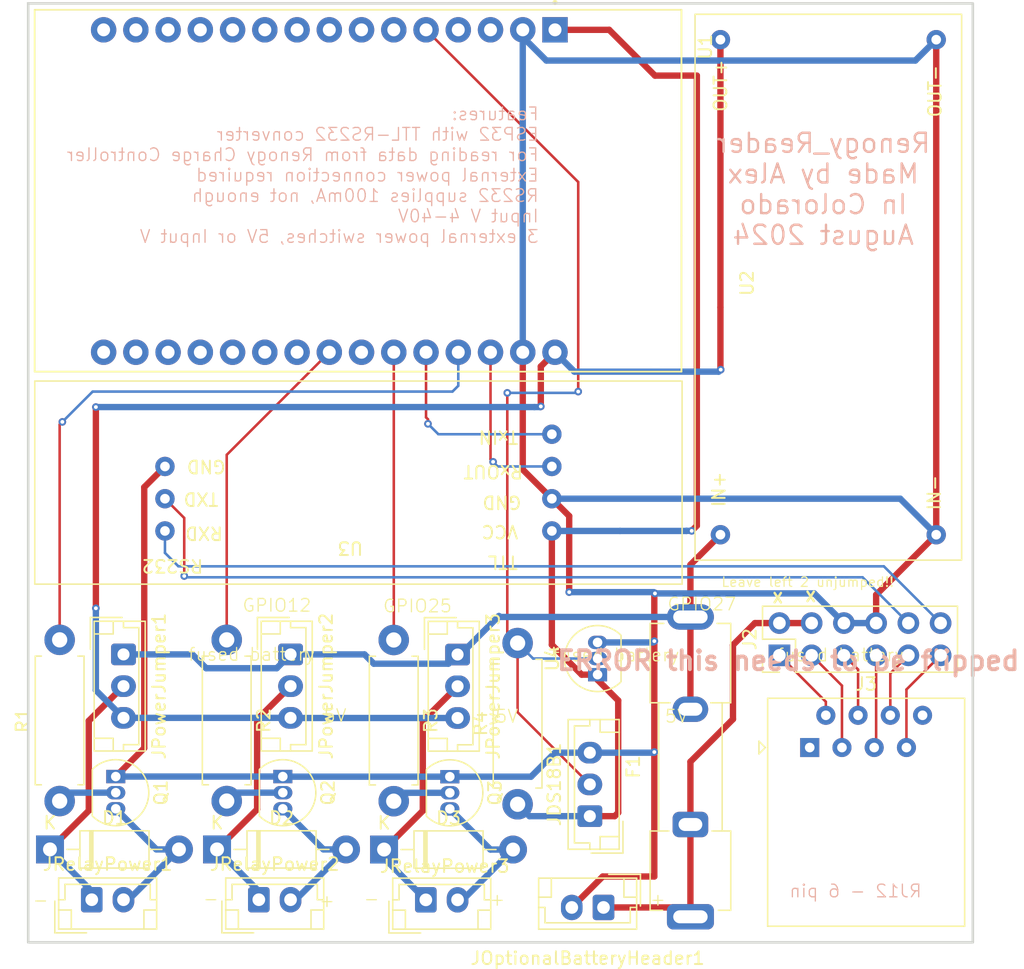
<source format=kicad_pcb>
(kicad_pcb (version 20240108) (generator "pcbnew") (generator_version "8.0")
  (layers (0 "F.Cu" signal) (31 "B.Cu" signal) (34 "B.Paste" user) (35 "F.Paste" user) (36 "B.SilkS" user "B.Silkscreen") (37 "F.SilkS" user "F.Silkscreen") (38 "B.Mask" user) (39 "F.Mask" user) (44 "Edge.Cuts" user))
  (net 0 "")
  (net 1 "Battery_Bank")
  (net 2 "TXD")
  (net 3 "GND")
  (net 4 "RXD")
  (net 5 "+5V")
  (net 6 "+3V3")
  (net 7 "TXD_Arduino")
  (net 8 "RXD_Arduino")
  (net 29 "TempPin")
  (net 30 "Net-(Q1-G)")
  (net 31 "Net-(Q2-G)")
  (net 32 "Net-(Q3-G)")
  (net 33 "RelayTrigger1")
  (net 34 "RelayTrigger2")
  (net 35 "RelayTrigger3")
  (net 38 "RelayPower1")
  (net 39 "RelayPower2")
  (net 40 "RelayPower3")
  (net 41 "FusedBatteryBank")
  (net 42 "Net-(D1-A)")
  (net 43 "Net-(D2-A)")
  (net 44 "Net-(D3-A)")
  (net 45 "Net-(J2-Pin_11)")
  (net 46 "Net-(J2-Pin_5)")
  (net 47 "Net-(J2-Pin_9)")
  (net 48 "Net-(J2-Pin_7)")
  (net 49 "Net-(J2-Pin_3)")
  (net 50 "Net-(J2-Pin_1)")
  (footprint "Connector_RJ:RJ45_Amphenol_54602-x08_Horizontal" (layer "F.Cu") (at 188.5696 92.1512)
    (property "Reference" "J3" (at 4.445 -5 0) (layer "F.SilkS"))
    (property "Value" "RJ45")
    (pad "" np_thru_hole circle (at -1.27 6.35) (size 3.2 3.2) (drill 3.2) (layers "*.Cu" "*.Mask"))
    (pad "" np_thru_hole circle (at 10.16 6.35) (size 3.2 3.2) (drill 3.2) (layers "*.Cu" "*.Mask"))
    (pad "1" thru_hole rect (at 0 0) (size 1.5 1.5) (drill 0.76) (layers "*.Cu" "*.Mask"))
    (pad "2" thru_hole circle (at 1.27 -2.54) (size 1.5 1.5) (drill 0.76) (layers "*.Cu" "*.Mask") (net 50 "Net-(J2-Pin_1)"))
    (pad "3" thru_hole circle (at 2.54 0) (size 1.5 1.5) (drill 0.76) (layers "*.Cu" "*.Mask") (net 49 "Net-(J2-Pin_3)"))
    (pad "4" thru_hole circle (at 3.81 -2.54) (size 1.5 1.5) (drill 0.76) (layers "*.Cu" "*.Mask") (net 46 "Net-(J2-Pin_5)"))
    (pad "5" thru_hole circle (at 5.08 0) (size 1.5 1.5) (drill 0.76) (layers "*.Cu" "*.Mask") (net 48 "Net-(J2-Pin_7)"))
    (pad "6" thru_hole circle (at 6.35 -2.54) (size 1.5 1.5) (drill 0.76) (layers "*.Cu" "*.Mask") (net 47 "Net-(J2-Pin_9)"))
    (pad "7" thru_hole circle (at 7.62 0) (size 1.5 1.5) (drill 0.76) (layers "*.Cu" "*.Mask") (net 45 "Net-(J2-Pin_11)"))
    (pad "8" thru_hole circle (at 8.89 -2.54) (size 1.5 1.5) (drill 0.76) (layers "*.Cu" "*.Mask"))
  )
  (footprint "Connector_JST:JST_EH_B2B-EH-A_1x02_P2.50mm_Vertical" (layer "F.Cu") (at 132.0092 104.14)
    (property "Reference" "JRelayPower1" (at 1.25 -2.8 0) (layer "F.SilkS"))
    (property "Value" "Conn_01x02")
    (pad "1" thru_hole roundrect (at 0 0) (size 1.7 2) (drill 1) (layers "*.Cu" "*.Mask") (roundrect_rratio 0.147059) (net 38 "RelayPower1"))
    (pad "2" thru_hole oval (at 2.5 0) (size 1.7 2) (drill 1) (layers "*.Cu" "*.Mask") (net 42 "Net-(D1-A)"))
  )
  (footprint "Diode_THT:D_DO-41_SOD81_P10.16mm_Horizontal" (layer "F.Cu") (at 141.8796 100.1776)
    (property "Reference" "D2" (at 5.08 -2.47 0) (layer "F.SilkS"))
    (property "Value" "1N4007")
    (fp_text user "K" (at 0 -2.1 0) (layer "F.SilkS"))
    (pad "1" thru_hole rect (at 0 0) (size 2.2 2.2) (drill 1.1) (layers "*.Cu" "*.Mask") (net 39 "RelayPower2"))
    (pad "2" thru_hole oval (at 10.16 0) (size 2.2 2.2) (drill 1.1) (layers "*.Cu" "*.Mask") (net 43 "Net-(D2-A)"))
  )
  (footprint "Package_TO_SOT_THT:TO-92_Inline" (layer "F.Cu") (at 160.2184 94.448 -90)
    (property "Reference" "Q3" (at 1.27 -3.56 90) (layer "F.SilkS"))
    (property "Value" "2N7000")
    (pad "1" thru_hole rect (at 0 0 270) (size 1.05 1.5) (drill 0.75) (layers "*.Cu" "*.Mask") (net 3 "GND"))
    (pad "2" thru_hole oval (at 1.27 0 270) (size 1.05 1.5) (drill 0.75) (layers "*.Cu" "*.Mask") (net 32 "Net-(Q3-G)"))
    (pad "3" thru_hole oval (at 2.54 0 270) (size 1.05 1.5) (drill 0.75) (layers "*.Cu" "*.Mask") (net 44 "Net-(D3-A)"))
  )
  (footprint "AE-Library:LM2596-AE" (layer "F.Cu") (at 179.5362 77.3866 90)
    (property "Reference" "U2" (at 21.8186 4.0974 90) (layer "F.SilkS"))
    (property "Value" "~")
    (fp_text user "OUT+" (at 35.2298 2.5908 90) (layer "F.SilkS") (effects (justify left bottom)))
    (fp_text user "IN-" (at 3.8354 19.431 90) (layer "F.SilkS") (effects (justify left bottom)))
    (fp_text user "OUT-" (at 34.798 19.4818 90) (layer "F.SilkS") (effects (justify left bottom)))
    (fp_text user "IN+" (at 4.0894 2.4638 90) (layer "F.SilkS") (effects (justify left bottom)))
    (pad "1" thru_hole circle (at 2 2 90) (size 1.524 1.524) (drill 0.762) (layers "*.Cu" "*.Mask") (net 41 "FusedBatteryBank"))
    (pad "2" thru_hole circle (at 2 19 90) (size 1.524 1.524) (drill 0.762) (layers "*.Cu" "*.Mask") (net 3 "GND"))
    (pad "3" thru_hole circle (at 41 2 90) (size 1.524 1.524) (drill 0.762) (layers "*.Cu" "*.Mask") (net 5 "+5V"))
    (pad "4" thru_hole circle (at 41 19 90) (size 1.524 1.524) (drill 0.762) (layers "*.Cu" "*.Mask") (net 3 "GND"))
  )
  (footprint "Connector_JST:JST_EH_B2B-EH-A_1x02_P2.50mm_Vertical" (layer "F.Cu") (at 145.1708 104.14)
    (property "Reference" "JRelayPower2" (at 1.25 -2.8 0) (layer "F.SilkS"))
    (property "Value" "Conn_01x02")
    (pad "1" thru_hole roundrect (at 0 0) (size 1.7 2) (drill 1) (layers "*.Cu" "*.Mask") (roundrect_rratio 0.147059) (net 39 "RelayPower2"))
    (pad "2" thru_hole oval (at 2.5 0) (size 1.7 2) (drill 1) (layers "*.Cu" "*.Mask") (net 43 "Net-(D2-A)"))
  )
  (footprint "Resistor_THT:R_Axial_DIN0411_L9.9mm_D3.6mm_P12.70mm_Horizontal" (layer "F.Cu") (at 129.48 96.3676 90)
    (property "Reference" "R1" (at 6.35 -2.92 90) (layer "F.SilkS"))
    (property "Value" "220")
    (pad "1" thru_hole circle (at 0 0 90) (size 2.4 2.4) (drill 1.2) (layers "*.Cu" "*.Mask") (net 30 "Net-(Q1-G)"))
    (pad "2" thru_hole oval (at 12.7 0 90) (size 2.4 2.4) (drill 1.2) (layers "*.Cu" "*.Mask") (net 33 "RelayTrigger1"))
  )
  (footprint "Connector_JST:JST_EH_B3B-EH-A_1x03_P2.50mm_Vertical" (layer "F.Cu") (at 171.2468 97.5576 90)
    (property "Reference" "JDS18B1" (at 2.5 -2.8 90) (layer "F.SilkS"))
    (property "Value" "Conn_01x03")
    (pad "1" thru_hole roundrect (at 0 0 90) (size 1.7 1.95) (drill 0.95) (layers "*.Cu" "*.Mask") (roundrect_rratio 0.147059) (net 6 "+3V3"))
    (pad "2" thru_hole oval (at 2.5 0 90) (size 1.7 1.95) (drill 0.95) (layers "*.Cu" "*.Mask") (net 29 "TempPin"))
    (pad "3" thru_hole oval (at 5 0 90) (size 1.7 1.95) (drill 0.95) (layers "*.Cu" "*.Mask") (net 3 "GND"))
  )
  (footprint "Resistor_THT:R_Axial_DIN0411_L9.9mm_D3.6mm_P12.70mm_Horizontal" (layer "F.Cu") (at 155.7988 83.6784 -90)
    (property "Reference" "R3" (at 6.35 -2.92 90) (layer "F.SilkS"))
    (property "Value" "220")
    (pad "1" thru_hole circle (at 0 0 270) (size 2.4 2.4) (drill 1.2) (layers "*.Cu" "*.Mask") (net 35 "RelayTrigger3"))
    (pad "2" thru_hole oval (at 12.7 0 270) (size 2.4 2.4) (drill 1.2) (layers "*.Cu" "*.Mask") (net 32 "Net-(Q3-G)"))
  )
  (footprint "Connector_JST:JST_EH_B3B-EH-A_1x03_P2.50mm_Vertical" (layer "F.Cu") (at 134.5092 84.8144 -90)
    (property "Reference" "JPowerJumper1" (at 2.5 -2.8 90) (layer "F.SilkS"))
    (property "Value" "Conn_01x03")
    (pad "1" thru_hole roundrect (at 0 0 270) (size 1.7 1.95) (drill 0.95) (layers "*.Cu" "*.Mask") (roundrect_rratio 0.147059) (net 41 "FusedBatteryBank"))
    (pad "2" thru_hole oval (at 2.5 0 270) (size 1.7 1.95) (drill 0.95) (layers "*.Cu" "*.Mask") (net 38 "RelayPower1"))
    (pad "3" thru_hole oval (at 5 0 270) (size 1.7 1.95) (drill 0.95) (layers "*.Cu" "*.Mask") (net 5 "+5V"))
  )
  (footprint "Diode_THT:D_DO-41_SOD81_P10.16mm_Horizontal" (layer "F.Cu") (at 155.0368 100.1884)
    (property "Reference" "D3" (at 5.08 -2.47 0) (layer "F.SilkS"))
    (property "Value" "1N4007")
    (fp_text user "K" (at 0 -2.1 0) (layer "F.SilkS"))
    (pad "1" thru_hole rect (at 0 0) (size 2.2 2.2) (drill 1.1) (layers "*.Cu" "*.Mask") (net 40 "RelayPower3"))
    (pad "2" thru_hole oval (at 10.16 0) (size 2.2 2.2) (drill 1.1) (layers "*.Cu" "*.Mask") (net 44 "Net-(D3-A)"))
  )
  (footprint "Resistor_THT:R_Axial_DIN0411_L9.9mm_D3.6mm_P12.70mm_Horizontal" (layer "F.Cu") (at 165.5572 96.6216 90)
    (property "Reference" "R4" (at 6.35 -2.92 90) (layer "F.SilkS"))
    (property "Value" "R")
    (pad "1" thru_hole circle (at 0 0 90) (size 2.4 2.4) (drill 1.2) (layers "*.Cu" "*.Mask") (net 6 "+3V3"))
    (pad "2" thru_hole oval (at 12.7 0 90) (size 2.4 2.4) (drill 1.2) (layers "*.Cu" "*.Mask") (net 29 "TempPin"))
  )
  (footprint "Package_TO_SOT_THT:TO-92_Inline" (layer "F.Cu") (at 147.0612 94.4372 -90)
    (property "Reference" "Q2" (at 1.27 -3.56 90) (layer "F.SilkS"))
    (property "Value" "2N7000")
    (pad "1" thru_hole rect (at 0 0 270) (size 1.05 1.5) (drill 0.75) (layers "*.Cu" "*.Mask") (net 3 "GND"))
    (pad "2" thru_hole oval (at 1.27 0 270) (size 1.05 1.5) (drill 0.75) (layers "*.Cu" "*.Mask") (net 31 "Net-(Q2-G)"))
    (pad "3" thru_hole oval (at 2.54 0 270) (size 1.05 1.5) (drill 0.75) (layers "*.Cu" "*.Mask") (net 43 "Net-(D2-A)"))
  )
  (footprint "Connector_PinHeader_2.54mm:PinHeader_2x06_P2.54mm_Vertical" (layer "F.Cu") (at 186.182 84.8868 90)
    (property "Reference" "J2" (at 1.27 -2.33 90) (layer "F.SilkS"))
    (property "Value" "Conn_02x06_Odd_Even")
    (pad "1" thru_hole rect (at 0 0 90) (size 1.7 1.7) (drill 1) (layers "*.Cu" "*.Mask") (net 50 "Net-(J2-Pin_1)"))
    (pad "2" thru_hole oval (at 2.54 0 90) (size 1.7 1.7) (drill 1) (layers "*.Cu" "*.Mask") (net 1 "Battery_Bank"))
    (pad "3" thru_hole oval (at 0 2.54 90) (size 1.7 1.7) (drill 1) (layers "*.Cu" "*.Mask") (net 49 "Net-(J2-Pin_3)"))
    (pad "4" thru_hole oval (at 2.54 2.54 90) (size 1.7 1.7) (drill 1) (layers "*.Cu" "*.Mask") (net 1 "Battery_Bank"))
    (pad "5" thru_hole oval (at 0 5.08 90) (size 1.7 1.7) (drill 1) (layers "*.Cu" "*.Mask") (net 46 "Net-(J2-Pin_5)"))
    (pad "6" thru_hole oval (at 2.54 5.08 90) (size 1.7 1.7) (drill 1) (layers "*.Cu" "*.Mask") (net 3 "GND"))
    (pad "7" thru_hole oval (at 0 7.62 90) (size 1.7 1.7) (drill 1) (layers "*.Cu" "*.Mask") (net 48 "Net-(J2-Pin_7)"))
    (pad "8" thru_hole oval (at 2.54 7.62 90) (size 1.7 1.7) (drill 1) (layers "*.Cu" "*.Mask") (net 3 "GND"))
    (pad "9" thru_hole oval (at 0 10.16 90) (size 1.7 1.7) (drill 1) (layers "*.Cu" "*.Mask") (net 47 "Net-(J2-Pin_9)"))
    (pad "10" thru_hole oval (at 2.54 10.16 90) (size 1.7 1.7) (drill 1) (layers "*.Cu" "*.Mask") (net 2 "TXD"))
    (pad "11" thru_hole oval (at 0 12.7 90) (size 1.7 1.7) (drill 1) (layers "*.Cu" "*.Mask") (net 45 "Net-(J2-Pin_11)"))
    (pad "12" thru_hole oval (at 2.54 12.7 90) (size 1.7 1.7) (drill 1) (layers "*.Cu" "*.Mask") (net 4 "RXD"))
  )
  (footprint "Fuse:Fuseholder_Clip-5x20mm_Keystone_3512P_Inline_P23.62x7.27mm_D1.02x2.41x1.02x1.57mm_Horizontal" (layer "F.Cu") (at 179.1716 105.4852 90)
    (property "Reference" "F1" (at 11.81 -4.5 90) (layer "F.SilkS"))
    (property "Value" "Fuse")
    (pad "1" thru_hole roundrect (at 0 0 90) (size 2 3.7) (drill oval 1.02 2.71) (layers "*.Cu" "*.Mask") (net 1 "Battery_Bank"))
    (pad "1" thru_hole roundrect (at 7.27 0 90) (size 2 2.8) (drill oval 1.02 1.87) (layers "*.Cu" "*.Mask") (net 1 "Battery_Bank"))
    (pad "2" thru_hole oval (at 16.35 0 90) (size 2 2.8) (drill oval 1.02 1.87) (layers "*.Cu" "*.Mask") (net 41 "FusedBatteryBank"))
    (pad "2" thru_hole oval (at 23.62 0 90) (size 2 3.7) (drill oval 1.02 2.71) (layers "*.Cu" "*.Mask") (net 41 "FusedBatteryBank"))
  )
  (footprint "Connector_JST:JST_EH_B2B-EH-A_1x02_P2.50mm_Vertical" (layer "F.Cu") (at 172.3244 104.7496 180)
    (property "Reference" "JOptionalBatteryHeader1" (at 1.25 -4 0) (layer "F.SilkS"))
    (property "Value" "Conn_01x02")
    (pad "1" thru_hole roundrect (at 0 0 180) (size 1.7 2) (drill 1) (layers "*.Cu" "*.Mask") (roundrect_rratio 0.147059) (net 1 "Battery_Bank"))
    (pad "2" thru_hole oval (at 2.5 0 180) (size 1.7 2) (drill 1) (layers "*.Cu" "*.Mask") (net 3 "GND"))
  )
  (footprint "AE-Library:TTL-RS232 Converter" (layer "F.Cu") (at 178.5162 79.279 180)
    (property "Reference" "U3" (at 26.1366 2.842 180) (layer "F.SilkS"))
    (property "Value" "~")
    (fp_text user "GND" (at 12.573 7.0358 180) (layer "F.SilkS") (effects (justify left bottom)))
    (fp_text user "VCC" (at 12.827 4.7244 180) (layer "F.SilkS") (effects (justify left bottom)))
    (fp_text user "RXD" (at 36.0934 4.5974 180) (layer "F.SilkS") (effects (justify left bottom)))
    (fp_text user "TXD" (at 36.449 7.2898 180) (layer "F.SilkS") (effects (justify left bottom)))
    (fp_text user "GND" (at 35.8648 9.8552 180) (layer "F.SilkS") (effects (justify left bottom)))
    (fp_text user "TTL" (at 12.8524 2.3114 180) (layer "F.SilkS") (effects (justify left bottom)))
    (fp_text user "RS232" (at 37.6428 2.032 180) (layer "F.SilkS") (effects (justify left bottom)))
    (fp_text user "RxOUT" (at 12.446 9.4488 180) (layer "F.SilkS") (effects (justify left bottom)))
    (fp_text user "TxIN" (at 12.827 12.1666 180) (layer "F.SilkS") (effects (justify left bottom)))
    (pad "1" thru_hole circle (at 10.26 4.19 180) (size 1.524 1.524) (drill 0.762) (layers "*.Cu" "*.Mask") (net 6 "+3V3"))
    (pad "2" thru_hole circle (at 10.26 6.73 180) (size 1.524 1.524) (drill 0.762) (layers "*.Cu" "*.Mask") (net 3 "GND"))
    (pad "3" thru_hole circle (at 10.26 9.27 180) (size 1.524 1.524) (drill 0.762) (layers "*.Cu" "*.Mask") (net 7 "TXD_Arduino"))
    (pad "4" thru_hole circle (at 10.26 11.81 180) (size 1.524 1.524) (drill 0.762) (layers "*.Cu" "*.Mask") (net 8 "RXD_Arduino"))
    (pad "5" thru_hole circle (at 40.74 4.19 180) (size 1.524 1.524) (drill 0.762) (layers "*.Cu" "*.Mask") (net 4 "RXD"))
    (pad "6" thru_hole circle (at 40.74 6.73 180) (size 1.524 1.524) (drill 0.762) (layers "*.Cu" "*.Mask") (net 2 "TXD"))
    (pad "7" thru_hole circle (at 40.74 9.27 180) (size 1.524 1.524) (drill 0.762) (layers "*.Cu" "*.Mask") (net 3 "GND"))
  )
  (footprint "Connector_JST:JST_EH_B3B-EH-A_1x03_P2.50mm_Vertical" (layer "F.Cu") (at 160.828 84.8252 -90)
    (property "Reference" "JPowerJumper3" (at 2.5 -2.8 90) (layer "F.SilkS"))
    (property "Value" "Conn_01x03")
    (pad "1" thru_hole roundrect (at 0 0 270) (size 1.7 1.95) (drill 0.95) (layers "*.Cu" "*.Mask") (roundrect_rratio 0.147059) (net 41 "FusedBatteryBank"))
    (pad "2" thru_hole oval (at 2.5 0 270) (size 1.7 1.95) (drill 0.95) (layers "*.Cu" "*.Mask") (net 40 "RelayPower3"))
    (pad "3" thru_hole oval (at 5 0 270) (size 1.7 1.95) (drill 0.95) (layers "*.Cu" "*.Mask") (net 5 "+5V"))
  )
  (footprint "Package_TO_SOT_THT:TO-92_Inline" (layer "F.Cu") (at 171.8564 86.4108 90)
    (property "Reference" "U4" (at 1.27 -3.56 90) (layer "F.SilkS"))
    (property "Value" "DS18B20")
    (pad "1" thru_hole rect (at 0 0 90) (size 1.05 1.5) (drill 0.75) (layers "*.Cu" "*.Mask") (net 6 "+3V3"))
    (pad "2" thru_hole oval (at 1.27 0 90) (size 1.05 1.5) (drill 0.75) (layers "*.Cu" "*.Mask") (net 29 "TempPin"))
    (pad "3" thru_hole oval (at 2.54 0 90) (size 1.05 1.5) (drill 0.75) (layers "*.Cu" "*.Mask") (net 3 "GND"))
  )
  (footprint "kicad devkit2:MODULE_ESP32_DEVKIT_V1" (layer "F.Cu") (at 152.9886 48.3108 -90)
    (property "Reference" "U1" (at -11.355 -27.36 90) (layer "F.SilkS"))
    (property "Value" "ESP32-DEVKIT-V1")
    (pad "" np_thru_hole circle (at -12.28 -23.475 270) (size 3 3) (drill 3) (layers "*.Cu" "*.Mask"))
    (pad "" np_thru_hole circle (at -12.28 23.475 270) (size 3 3) (drill 3) (layers "*.Cu" "*.Mask"))
    (pad "" np_thru_hole circle (at 12.23 -23.475 270) (size 3 3) (drill 3) (layers "*.Cu" "*.Mask"))
    (pad "" np_thru_hole circle (at 12.23 23.475 270) (size 3 3) (drill 3) (layers "*.Cu" "*.Mask"))
    (pad "1" thru_hole rect (at -12.7 -15.515 270) (size 2 2) (drill 1.02) (layers "*.Cu" "*.Mask") (net 6 "+3V3"))
    (pad "2" thru_hole circle (at -12.7 -12.975 270) (size 2 2) (drill 1.02) (layers "*.Cu" "*.Mask") (net 3 "GND"))
    (pad "3" thru_hole circle (at -12.7 -10.435 270) (size 2 2) (drill 1.02) (layers "*.Cu" "*.Mask"))
    (pad "4" thru_hole circle (at -12.7 -7.895 270) (size 2 2) (drill 1.02) (layers "*.Cu" "*.Mask"))
    (pad "5" thru_hole circle (at -12.7 -5.355 270) (size 2 2) (drill 1.02) (layers "*.Cu" "*.Mask") (net 29 "TempPin"))
    (pad "6" thru_hole circle (at -12.7 -2.815 270) (size 2 2) (drill 1.02) (layers "*.Cu" "*.Mask"))
    (pad "7" thru_hole circle (at -12.7 -0.275 270) (size 2 2) (drill 1.02) (layers "*.Cu" "*.Mask"))
    (pad "8" thru_hole circle (at -12.7 2.265 270) (size 2 2) (drill 1.02) (layers "*.Cu" "*.Mask"))
    (pad "9" thru_hole circle (at -12.7 4.805 270) (size 2 2) (drill 1.02) (layers "*.Cu" "*.Mask"))
    (pad "10" thru_hole circle (at -12.7 7.345 270) (size 2 2) (drill 1.02) (layers "*.Cu" "*.Mask"))
    (pad "11" thru_hole circle (at -12.7 9.885 270) (size 2 2) (drill 1.02) (layers "*.Cu" "*.Mask"))
    (pad "12" thru_hole circle (at -12.7 12.425 270) (size 2 2) (drill 1.02) (layers "*.Cu" "*.Mask"))
    (pad "13" thru_hole circle (at -12.7 14.965 270) (size 2 2) (drill 1.02) (layers "*.Cu" "*.Mask"))
    (pad "14" thru_hole circle (at -12.7 17.505 270) (size 2 2) (drill 1.02) (layers "*.Cu" "*.Mask"))
    (pad "15" thru_hole circle (at -12.7 20.045 270) (size 2 2) (drill 1.02) (layers "*.Cu" "*.Mask"))
    (pad "16" thru_hole circle (at 12.7 20.045 270) (size 2 2) (drill 1.02) (layers "*.Cu" "*.Mask"))
    (pad "17" thru_hole circle (at 12.7 17.505 270) (size 2 2) (drill 1.02) (layers "*.Cu" "*.Mask"))
    (pad "18" thru_hole circle (at 12.7 14.965 270) (size 2 2) (drill 1.02) (layers "*.Cu" "*.Mask"))
    (pad "19" thru_hole circle (at 12.7 12.425 270) (size 2 2) (drill 1.02) (layers "*.Cu" "*.Mask"))
    (pad "20" thru_hole circle (at 12.7 9.885 270) (size 2 2) (drill 1.02) (layers "*.Cu" "*.Mask"))
    (pad "21" thru_hole circle (at 12.7 7.345 270) (size 2 2) (drill 1.02) (layers "*.Cu" "*.Mask"))
    (pad "22" thru_hole circle (at 12.7 4.805 270) (size 2 2) (drill 1.02) (layers "*.Cu" "*.Mask"))
    (pad "23" thru_hole circle (at 12.7 2.265 270) (size 2 2) (drill 1.02) (layers "*.Cu" "*.Mask") (net 34 "RelayTrigger2"))
    (pad "24" thru_hole circle (at 12.7 -0.275 270) (size 2 2) (drill 1.02) (layers "*.Cu" "*.Mask"))
    (pad "25" thru_hole circle (at 12.7 -2.815 270) (size 2 2) (drill 1.02) (layers "*.Cu" "*.Mask") (net 35 "RelayTrigger3"))
    (pad "26" thru_hole circle (at 12.7 -5.355 270) (size 2 2) (drill 1.02) (layers "*.Cu" "*.Mask") (net 8 "RXD_Arduino"))
    (pad "27" thru_hole circle (at 12.7 -7.895 270) (size 2 2) (drill 1.02) (layers "*.Cu" "*.Mask") (net 33 "RelayTrigger1"))
    (pad "28" thru_hole circle (at 12.7 -10.435 270) (size 2 2) (drill 1.02) (layers "*.Cu" "*.Mask") (net 7 "TXD_Arduino"))
    (pad "29" thru_hole circle (at 12.7 -12.975 270) (size 2 2) (drill 1.02) (layers "*.Cu" "*.Mask") (net 3 "GND"))
    (pad "30" thru_hole circle (at 12.7 -15.515 270) (size 2 2) (drill 1.02) (layers "*.Cu" "*.Mask") (net 5 "+5V"))
  )
  (footprint "Resistor_THT:R_Axial_DIN0411_L9.9mm_D3.6mm_P12.70mm_Horizontal" (layer "F.Cu") (at 142.6416 83.6676 -90)
    (property "Reference" "R2" (at 6.35 -2.92 90) (layer "F.SilkS"))
    (property "Value" "220")
    (pad "1" thru_hole circle (at 0 0 270) (size 2.4 2.4) (drill 1.2) (layers "*.Cu" "*.Mask") (net 34 "RelayTrigger2"))
    (pad "2" thru_hole oval (at 12.7 0 270) (size 2.4 2.4) (drill 1.2) (layers "*.Cu" "*.Mask") (net 31 "Net-(Q2-G)"))
  )
  (footprint "Package_TO_SOT_THT:TO-92_Inline" (layer "F.Cu") (at 133.8996 94.4372 -90)
    (property "Reference" "Q1" (at 1.27 -3.56 90) (layer "F.SilkS"))
    (property "Value" "2N7000")
    (pad "1" thru_hole rect (at 0 0 270) (size 1.05 1.5) (drill 0.75) (layers "*.Cu" "*.Mask") (net 3 "GND"))
    (pad "2" thru_hole oval (at 1.27 0 270) (size 1.05 1.5) (drill 0.75) (layers "*.Cu" "*.Mask") (net 30 "Net-(Q1-G)"))
    (pad "3" thru_hole oval (at 2.54 0 270) (size 1.05 1.5) (drill 0.75) (layers "*.Cu" "*.Mask") (net 42 "Net-(D1-A)"))
  )
  (footprint "Connector_JST:JST_EH_B2B-EH-A_1x02_P2.50mm_Vertical" (layer "F.Cu") (at 158.328 104.1508)
    (property "Reference" "JRelayPower3" (at 1.4888 -2.6524 0) (layer "F.SilkS"))
    (property "Value" "Conn_01x02")
    (pad "1" thru_hole roundrect (at 0 0) (size 1.7 2) (drill 1) (layers "*.Cu" "*.Mask") (roundrect_rratio 0.147059) (net 40 "RelayPower3"))
    (pad "2" thru_hole oval (at 2.5 0) (size 1.7 2) (drill 1) (layers "*.Cu" "*.Mask") (net 44 "Net-(D3-A)"))
  )
  (footprint "Connector_JST:JST_EH_B3B-EH-A_1x03_P2.50mm_Vertical" (layer "F.Cu") (at 147.6708 84.8144 -90)
    (property "Reference" "JPowerJumper2" (at 2.5 -2.8 90) (layer "F.SilkS"))
    (property "Value" "Conn_01x03")
    (pad "1" thru_hole roundrect (at 0 0 270) (size 1.7 1.95) (drill 0.95) (layers "*.Cu" "*.Mask") (roundrect_rratio 0.147059) (net 41 "FusedBatteryBank"))
    (pad "2" thru_hole oval (at 2.5 0 270) (size 1.7 1.95) (drill 0.95) (layers "*.Cu" "*.Mask") (net 39 "RelayPower2"))
    (pad "3" thru_hole oval (at 5 0 270) (size 1.7 1.95) (drill 0.95) (layers "*.Cu" "*.Mask") (net 5 "+5V"))
  )
  (footprint "Diode_THT:D_DO-41_SOD81_P10.16mm_Horizontal" (layer "F.Cu") (at 128.718 100.1776)
    (property "Reference" "D1" (at 5.08 -2.47 0) (layer "F.SilkS"))
    (property "Value" "1N4007")
    (fp_text user "K" (at 0 -2.1 0) (layer "F.SilkS"))
    (pad "1" thru_hole rect (at 0 0) (size 2.2 2.2) (drill 1.1) (layers "*.Cu" "*.Mask") (net 38 "RelayPower1"))
    (pad "2" thru_hole oval (at 10.16 0) (size 2.2 2.2) (drill 1.1) (layers "*.Cu" "*.Mask") (net 42 "Net-(D1-A)"))
  )
  (gr_rect (start 127 33.528) (end 201.42 107.5) (stroke (width 0.2)) (fill none) (layer "Edge.Cuts"))
  (gr_text "RJ12 - 6 pin" (at 197.4596 104.0384 -0) (layer "B.SilkS") (effects (font (size 1 1) (thickness 0.1)) (justify left bottom mirror)))
  (gr_text "Features:\nESP32 with TTL-RS232 converter\nFor reading data from Renogy Charge Controller\nExternal power connection required\nRS232 supplies 100mA, not enough\nInput V 4-40V\n3 external power switches, 5V or Input V" (at 167.2844 52.4764 0) (layer "B.SilkS") (effects (font (size 1 1) (thickness 0.1)) (justify left bottom mirror)))
  (gr_text "ERROR this needs to be flipped" (at 168.5036 86.1822 -0) (layer "B.SilkS") (effects (font (size 1.5 1.5) (thickness 0.3) (bold yes)) (justify left bottom)))
  (gr_text "Renogy_Reader\nMade by Alex\nIn Colorado\nAugust 2024" (at 189.6364 48.1584 -0) (layer "B.SilkS") (effects (font (size 1.5 1.5) (thickness 0.1875)) (justify mirror)))
  (gr_text "GPIO27" (at 177.292 81.4324 0) (layer "F.SilkS") (effects (font (size 1 1) (thickness 0.1)) (justify left bottom)))
  (gr_text "+" (at 149.8556 104.8004 0) (layer "F.SilkS") (effects (font (size 1 1) (thickness 0.1)) (justify left bottom)))
  (gr_text "Leave left 2 unjumped!!" (at 181.5592 79.5528 0) (layer "F.SilkS") (effects (font (size 0.75 0.75) (thickness 0.09375)) (justify left bottom)))
  (gr_text "fused battery" (at 139.5428 85.3948 0) (layer "F.SilkS") (effects (font (size 1 1) (thickness 0.1)) (justify left bottom)))
  (gr_text "5V" (at 150.2112 90.2208 0) (layer "F.SilkS") (effects (font (size 1 1) (thickness 0.1)) (justify left bottom)))
  (gr_text "+" (at 163.2712 104.6988 0) (layer "F.SilkS") (effects (font (size 1 1) (thickness 0.1)) (justify left bottom)))
  (gr_text "X" (at 185.5724 80.8228 0) (layer "F.SilkS") (effects (font (size 0.75 0.75) (thickness 0.1875)) (justify left bottom)))
  (gr_text "+" (at 175.9252 104.6988 0) (layer "F.SilkS") (effects (font (size 1 1) (thickness 0.1)) (justify left bottom)))
  (gr_text "-" (at 140.7112 104.648 0) (layer "F.SilkS") (effects (font (size 1 1) (thickness 0.1)) (justify left bottom)))
  (gr_text "GPIO25" (at 154.8892 81.5848 0) (layer "F.SilkS") (effects (font (size 1 1) (thickness 0.1)) (justify left bottom)))
  (gr_text "fused battery" (at 185.928 85.4456 0) (layer "F.SilkS") (effects (font (size 1 1) (thickness 0.1)) (justify left bottom)))
  (gr_text "5V" (at 163.7284 90.2716 0) (layer "F.SilkS") (effects (font (size 1 1) (thickness 0.1)) (justify left bottom)))
  (gr_text "fused battery" (at 168.2496 85.4456 0) (layer "F.SilkS") (effects (font (size 1 1) (thickness 0.1)) (justify left bottom)))
  (gr_text "-" (at 127.2956 104.7496 0) (layer "F.SilkS") (effects (font (size 1 1) (thickness 0.1)) (justify left bottom)))
  (gr_text "GPIO12" (at 143.8148 81.534 0) (layer "F.SilkS") (effects (font (size 1 1) (thickness 0.1)) (justify left bottom)))
  (gr_text "X" (at 188.1632 80.7212 0) (layer "F.SilkS") (effects (font (size 0.75 0.75) (thickness 0.1875)) (justify left bottom)))
  (gr_text "5V" (at 177.0936 90.2716 0) (layer "F.SilkS") (effects (font (size 1 1) (thickness 0.1)) (justify left bottom)))
  (gr_text "-" (at 153.3652 104.648 0) (layer "F.SilkS") (effects (font (size 1 1) (thickness 0.1)) (justify left bottom)))
  (segment (start 182.5244 84.074) (end 184.2516 82.3468) (width 0.5) (layer "F.Cu") (net 1))
  (segment (start 186.182 82.3468) (end 188.722 82.3468) (width 0.5) (layer "F.Cu") (net 1))
  (segment (start 179.1716 98.2152) (end 179.1716 93.2688) (width 0.5) (layer "F.Cu") (net 1))
  (segment (start 179.1716 93.2688) (end 182.5244 89.916) (width 0.5) (layer "F.Cu") (net 1))
  (segment (start 184.2516 82.3468) (end 186.182 82.3468) (width 0.5) (layer "F.Cu") (net 1))
  (segment (start 178.436 104.7496) (end 179.1716 105.4852) (width 0.5) (layer "F.Cu") (net 1))
  (segment (start 179.1716 105.4852) (end 179.1716 98.2152) (width 0.5) (layer "F.Cu") (net 1))
  (segment (start 182.5244 89.916) (end 182.5244 84.074) (width 0.5) (layer "F.Cu") (net 1))
  (segment (start 172.3244 104.7496) (end 178.436 104.7496) (width 0.5) (layer "F.Cu") (net 1))
  (segment (start 139.2936 78.6384) (end 139.2936 74.0664) (width 0.2) (layer "F.Cu") (net 2))
  (segment (start 139.2936 74.0664) (end 137.7762 72.549) (width 0.2) (layer "F.Cu") (net 2))
  (via (at 139.2936 78.6384) (size 0.6) (drill 0.3) (layers "F.Cu" "B.Cu") (net 2))
  (segment (start 196.342 82.3468) (end 192.7352 78.74) (width 0.2) (layer "B.Cu") (net 2))
  (segment (start 192.7352 78.74) (end 190.6524 78.74) (width 0.2) (layer "B.Cu") (net 2))
  (segment (start 139.3952 78.74) (end 139.2936 78.6384) (width 0.2) (layer "B.Cu") (net 2))
  (segment (start 190.6524 78.74) (end 139.3952 78.74) (width 0.2) (layer "B.Cu") (net 2))
  (segment (start 193.802 80.1208) (end 198.5362 75.3866) (width 0.5) (layer "F.Cu") (net 3))
  (segment (start 176.3268 80.0608) (end 176.3776 80.01) (width 0.5) (layer "F.Cu") (net 3))
  (segment (start 169.8244 104.7496) (end 172.2628 102.3112) (width 0.5) (layer "F.Cu") (net 3))
  (segment (start 165.9636 70.2564) (end 165.9636 61.0108) (width 0.5) (layer "F.Cu") (net 3))
  (segment (start 136.144 92.1928) (end 136.144 71.6412) (width 0.5) (layer "F.Cu") (net 3))
  (segment (start 176.3268 92.5068) (end 176.3268 83.7692) (width 0.5) (layer "F.Cu") (net 3))
  (segment (start 168.2562 72.549) (end 169.6212 73.914) (width 0.5) (layer "F.Cu") (net 3))
  (segment (start 176.3268 102.3112) (end 176.3268 92.5068) (width 0.5) (layer "F.Cu") (net 3))
  (segment (start 193.802 82.3468) (end 193.802 80.1208) (width 0.5) (layer "F.Cu") (net 3))
  (segment (start 133.8996 94.4372) (end 136.144 92.1928) (width 0.5) (layer "F.Cu") (net 3))
  (segment (start 198.5362 36.3866) (end 198.5362 75.3866) (width 0.5) (layer "F.Cu") (net 3))
  (segment (start 168.2562 72.549) (end 165.9636 70.2564) (width 0.5) (layer "F.Cu") (net 3))
  (segment (start 176.3268 83.7692) (end 176.3268 80.0608) (width 0.5) (layer "F.Cu") (net 3))
  (segment (start 136.144 71.6412) (end 137.7762 70.009) (width 0.5) (layer "F.Cu") (net 3))
  (segment (start 172.2628 102.3112) (end 176.3268 102.3112) (width 0.5) (layer "F.Cu") (net 3))
  (segment (start 169.6212 73.914) (end 169.6212 79.9084) (width 0.5) (layer "F.Cu") (net 3))
  (via (at 176.3268 83.7692) (size 0.6) (drill 0.3) (layers "F.Cu" "B.Cu") (net 3))
  (via (at 169.6212 79.9084) (size 0.6) (drill 0.3) (layers "F.Cu" "B.Cu") (net 3))
  (via (at 176.3776 80.01) (size 0.6) (drill 0.3) (layers "F.Cu" "B.Cu") (net 3))
  (via (at 176.3268 92.5068) (size 0.6) (drill 0.3) (layers "F.Cu" "B.Cu") (net 3))
  (segment (start 168.2562 72.549) (end 195.6986 72.549) (width 0.5) (layer "B.Cu") (net 3))
  (segment (start 176.3776 80.01) (end 188.9252 80.01) (width 0.5) (layer "B.Cu") (net 3))
  (segment (start 198.5362 36.3866) (end 196.892 38.0308) (width 0.5) (layer "B.Cu") (net 3))
  (segment (start 147.072 94.448) (end 147.0612 94.4372) (width 0.5) (layer "B.Cu") (net 3))
  (segment (start 168.5036 92.5576) (end 171.2468 92.5576) (width 0.5) (layer "B.Cu") (net 3))
  (segment (start 176.276 92.5576) (end 176.3268 92.5068) (width 0.5) (layer "B.Cu") (net 3))
  (segment (start 176.276 79.9084) (end 176.3776 80.01) (width 0.5) (layer "B.Cu") (net 3))
  (segment (start 165.9636 36.1696) (end 165.9636 35.6108) (width 0.5) (layer "B.Cu") (net 3))
  (segment (start 176.2252 83.8708) (end 176.3268 83.7692) (width 0.5) (layer "B.Cu") (net 3))
  (segment (start 160.2184 94.448) (end 147.072 94.448) (width 0.5) (layer "B.Cu") (net 3))
  (segment (start 171.8564 83.8708) (end 176.2252 83.8708) (width 0.5) (layer "B.Cu") (net 3))
  (segment (start 171.2468 92.5576) (end 176.276 92.5576) (width 0.5) (layer "B.Cu") (net 3))
  (segment (start 166.6132 94.448) (end 168.5036 92.5576) (width 0.5) (layer "B.Cu") (net 3))
  (segment (start 191.262 82.3468) (end 193.802 82.3468) (width 0.5) (layer "B.Cu") (net 3))
  (segment (start 195.6986 72.549) (end 198.5362 75.3866) (width 0.5) (layer "B.Cu") (net 3))
  (segment (start 160.2184 94.448) (end 166.6132 94.448) (width 0.5) (layer "B.Cu") (net 3))
  (segment (start 165.9636 35.6108) (end 165.9636 61.0108) (width 0.5) (layer "B.Cu") (net 3))
  (segment (start 196.892 38.0308) (end 167.8248 38.0308) (width 0.5) (layer "B.Cu") (net 3))
  (segment (start 147.0612 94.4372) (end 133.8996 94.4372) (width 0.5) (layer "B.Cu") (net 3))
  (segment (start 169.6212 79.9084) (end 176.276 79.9084) (width 0.5) (layer "B.Cu") (net 3))
  (segment (start 188.9252 80.01) (end 191.262 82.3468) (width 0.5) (layer "B.Cu") (net 3))
  (segment (start 167.8248 38.0308) (end 165.9636 36.1696) (width 0.5) (layer "B.Cu") (net 3))
  (segment (start 198.882 82.3468) (end 194.4116 77.8764) (width 0.2) (layer "B.Cu") (net 4))
  (segment (start 137.7762 76.8162) (end 137.7762 75.089) (width 0.2) (layer "B.Cu") (net 4))
  (segment (start 138.8364 77.8764) (end 137.7762 76.8162) (width 0.2) (layer "B.Cu") (net 4))
  (segment (start 194.4116 77.8764) (end 138.8364 77.8764) (width 0.2) (layer "B.Cu") (net 4))
  (segment (start 167.386 65.278) (end 167.386 62.1284) (width 0.5) (layer "F.Cu") (net 5))
  (segment (start 181.5362 62.3594) (end 181.5592 62.3824) (width 0.5) (layer "F.Cu") (net 5))
  (segment (start 181.5362 57.4778) (end 181.5362 62.3594) (width 0.5) (layer "F.Cu") (net 5))
  (segment (start 181.5362 36.3866) (end 181.5362 57.4778) (width 0.5) (layer "F.Cu") (net 5))
  (segment (start 167.386 62.1284) (end 168.5036 61.0108) (width 0.5) (layer "F.Cu") (net 5))
  (segment (start 132.334 81.1784) (end 132.334 65.3288) (width 0.5) (layer "F.Cu") (net 5))
  (via (at 181.5592 62.3824) (size 0.6) (drill 0.3) (layers "F.Cu" "B.Cu") (net 5))
  (via (at 167.386 65.278) (size 0.6) (drill 0.3) (layers "F.Cu" "B.Cu") (net 5))
  (via (at 132.334 81.1784) (size 0.6) (drill 0.3) (layers "F.Cu" "B.Cu") (net 5))
  (via (at 132.334 65.3288) (size 0.6) (drill 0.3) (layers "F.Cu" "B.Cu") (net 5))
  (segment (start 181.5592 62.3824) (end 181.4008 62.5408) (width 0.5) (layer "B.Cu") (net 5))
  (segment (start 181.4008 62.5408) (end 170.0336 62.5408) (width 0.5) (layer "B.Cu") (net 5))
  (segment (start 160.828 89.8252) (end 147.6816 89.8252) (width 0.5) (layer "B.Cu") (net 5))
  (segment (start 134.5092 89.8144) (end 132.334 87.6392) (width 0.5) (layer "B.Cu") (net 5))
  (segment (start 166.878 65.3288) (end 167.3352 65.3288) (width 0.5) (layer "B.Cu") (net 5))
  (segment (start 132.334 65.3288) (end 166.878 65.3288) (width 0.5) (layer "B.Cu") (net 5))
  (segment (start 170.0336 62.5408) (end 168.5036 61.0108) (width 0.5) (layer "B.Cu") (net 5))
  (segment (start 147.6708 89.8144) (end 134.5092 89.8144) (width 0.5) (layer "B.Cu") (net 5))
  (segment (start 167.3352 65.3288) (end 167.386 65.278) (width 0.5) (layer "B.Cu") (net 5))
  (segment (start 147.6816 89.8252) (end 147.6708 89.8144) (width 0.5) (layer "B.Cu") (net 5))
  (segment (start 132.334 87.6392) (end 132.334 81.1784) (width 0.5) (layer "B.Cu") (net 5))
  (segment (start 179.6796 74.676) (end 179.2732 75.0824) (width 0.5) (layer "F.Cu") (net 6))
  (segment (start 176.3776 39.2176) (end 179.6796 39.2176) (width 0.5) (layer "F.Cu") (net 6))
  (segment (start 172.7708 35.6108) (end 176.3776 39.2176) (width 0.5) (layer "F.Cu") (net 6))
  (segment (start 173.482 97.282) (end 173.482 88.4428) (width 0.5) (layer "F.Cu") (net 6))
  (segment (start 171.2468 97.5576) (end 173.2064 97.5576) (width 0.5) (layer "F.Cu") (net 6))
  (segment (start 173.482 88.4428) (end 171.8564 86.8172) (width 0.5) (layer "F.Cu") (net 6))
  (segment (start 173.2064 97.5576) (end 173.482 97.282) (width 0.5) (layer "F.Cu") (net 6))
  (segment (start 168.2562 84.0606) (end 168.2562 75.089) (width 0.5) (layer "F.Cu") (net 6))
  (segment (start 170.6064 86.4108) (end 168.2562 84.0606) (width 0.5) (layer "F.Cu") (net 6))
  (segment (start 179.6796 39.2176) (end 179.6796 74.676) (width 0.5) (layer "F.Cu") (net 6))
  (segment (start 168.5036 35.6108) (end 172.7708 35.6108) (width 0.5) (layer "F.Cu") (net 6))
  (segment (start 171.8564 86.8172) (end 171.8564 86.4108) (width 0.5) (layer "F.Cu") (net 6))
  (segment (start 171.8564 86.4108) (end 170.6064 86.4108) (width 0.5) (layer "F.Cu") (net 6))
  (via (at 179.2732 75.0824) (size 0.6) (drill 0.3) (layers "F.Cu" "B.Cu") (net 6))
  (segment (start 178.8668 75.0824) (end 178.8602 75.089) (width 0.5) (layer "B.Cu") (net 6))
  (segment (start 171.2468 97.5576) (end 166.4932 97.5576) (width 0.5) (layer "B.Cu") (net 6))
  (segment (start 178.8602 75.089) (end 173.6278 75.089) (width 0.5) (layer "B.Cu") (net 6))
  (segment (start 173.6278 75.089) (end 168.2562 75.089) (width 0.5) (layer "B.Cu") (net 6))
  (segment (start 179.2732 75.0824) (end 178.8668 75.0824) (width 0.5) (layer "B.Cu") (net 6))
  (segment (start 166.4932 97.5576) (end 165.5572 96.6216) (width 0.5) (layer "B.Cu") (net 6))
  (segment (start 163.6268 69.6468) (end 163.4236 69.4436) (width 0.2) (layer "F.Cu") (net 7))
  (segment (start 163.4236 69.4436) (end 163.4236 61.0108) (width 0.2) (layer "F.Cu") (net 7))
  (via (at 163.6268 69.6468) (size 0.6) (drill 0.3) (layers "F.Cu" "B.Cu") (net 7))
  (segment (start 168.2562 70.009) (end 163.989 70.009) (width 0.2) (layer "B.Cu") (net 7))
  (segment (start 163.989 70.009) (end 163.6268 69.6468) (width 0.2) (layer "B.Cu") (net 7))
  (segment (start 158.496 66.294) (end 158.3436 66.1416) (width 0.2) (layer "F.Cu") (net 8))
  (segment (start 158.496 66.6496) (end 158.496 66.294) (width 0.2) (layer "F.Cu") (net 8))
  (segment (start 158.3436 66.1416) (end 158.3436 61.0108) (width 0.2) (layer "F.Cu") (net 8))
  (via (at 158.496 66.6496) (size 0.6) (drill 0.3) (layers "F.Cu" "B.Cu") (net 8))
  (segment (start 168.2562 67.469) (end 159.3154 67.469) (width 0.2) (layer "B.Cu") (net 8))
  (segment (start 159.3154 67.469) (end 158.496 66.6496) (width 0.2) (layer "B.Cu") (net 8))
  (segment (start 170.3324 64.1096) (end 170.3324 47.5996) (width 0.2) (layer "F.Cu") (net 29))
  (segment (start 164.7444 83.1088) (end 164.7444 64.2112) (width 0.2) (layer "F.Cu") (net 29))
  (segment (start 165.5572 89.368) (end 165.5572 83.9216) (width 0.2) (layer "F.Cu") (net 29))
  (segment (start 171.2468 95.0576) (end 165.5572 89.368) (width 0.2) (layer "F.Cu") (net 29))
  (segment (start 170.3324 47.5996) (end 158.3436 35.6108) (width 0.2) (layer "F.Cu") (net 29))
  (segment (start 165.5572 83.9216) (end 164.7444 83.1088) (width 0.2) (layer "F.Cu") (net 29))
  (via (at 170.3324 64.1096) (size 0.6) (drill 0.3) (layers "F.Cu" "B.Cu") (net 29))
  (via (at 164.7444 64.2112) (size 0.6) (drill 0.3) (layers "F.Cu" "B.Cu") (net 29))
  (segment (start 170.2308 64.2112) (end 170.3324 64.1096) (width 0.2) (layer "B.Cu") (net 29))
  (segment (start 164.7444 64.2112) (end 170.2308 64.2112) (width 0.2) (layer "B.Cu") (net 29))
  (segment (start 166.7764 85.1408) (end 171.8564 85.1408) (width 0.2) (layer "B.Cu") (net 29))
  (segment (start 165.5572 83.9216) (end 166.7764 85.1408) (width 0.2) (layer "B.Cu") (net 29))
  (segment (start 129.48 96.3676) (end 130.1404 95.7072) (width 0.5) (layer "B.Cu") (net 30))
  (segment (start 130.1404 95.7072) (end 133.8996 95.7072) (width 0.5) (layer "B.Cu") (net 30))
  (segment (start 143.302 95.7072) (end 147.0612 95.7072) (width 0.5) (layer "B.Cu") (net 31))
  (segment (start 142.6416 96.3676) (end 143.302 95.7072) (width 0.5) (layer "B.Cu") (net 31))
  (segment (start 155.7988 96.3784) (end 156.4592 95.718) (width 0.5) (layer "B.Cu") (net 32))
  (segment (start 156.4592 95.718) (end 160.2184 95.718) (width 0.5) (layer "B.Cu") (net 32))
  (segment (start 129.48 66.7096) (end 129.6924 66.4972) (width 0.2) (layer "F.Cu") (net 33))
  (segment (start 129.48 83.6676) (end 129.48 66.7096) (width 0.2) (layer "F.Cu") (net 33))
  (via (at 129.6924 66.4972) (size 0.6) (drill 0.3) (layers "F.Cu" "B.Cu") (net 33))
  (segment (start 132.08 64.1096) (end 160.4264 64.1096) (width 0.2) (layer "B.Cu") (net 33))
  (segment (start 160.8836 63.6524) (end 160.8836 61.0108) (width 0.2) (layer "B.Cu") (net 33))
  (segment (start 160.4264 64.1096) (end 160.8836 63.6524) (width 0.2) (layer "B.Cu") (net 33))
  (segment (start 129.6924 66.4972) (end 132.08 64.1096) (width 0.2) (layer "B.Cu") (net 33))
  (segment (start 142.6416 69.0928) (end 150.7236 61.0108) (width 0.2) (layer "F.Cu") (net 34))
  (segment (start 142.6416 83.6676) (end 142.6416 69.0928) (width 0.2) (layer "F.Cu") (net 34))
  (segment (start 155.8036 61.0108) (end 155.8036 83.6736) (width 0.2) (layer "F.Cu") (net 35))
  (segment (start 155.8036 83.6736) (end 155.7988 83.6784) (width 0.2) (layer "F.Cu") (net 35))
  (segment (start 128.718 100.1776) (end 131.7752 97.1204) (width 0.5) (layer "F.Cu") (net 38))
  (segment (start 131.7752 90.0484) (end 134.5092 87.3144) (width 0.5) (layer "F.Cu") (net 38))
  (segment (start 131.7752 97.1204) (end 131.7752 90.0484) (width 0.5) (layer "F.Cu") (net 38))
  (segment (start 132.0092 104.14) (end 132.0092 103.4688) (width 0.5) (layer "B.Cu") (net 38))
  (segment (start 132.0092 103.4688) (end 128.718 100.1776) (width 0.5) (layer "B.Cu") (net 38))
  (segment (start 145.034 97.0232) (end 145.034 89.9512) (width 0.5) (layer "F.Cu") (net 39))
  (segment (start 145.034 89.9512) (end 147.6708 87.3144) (width 0.5) (layer "F.Cu") (net 39))
  (segment (start 141.8796 100.1776) (end 145.034 97.0232) (width 0.5) (layer "F.Cu") (net 39))
  (segment (start 145.1708 104.14) (end 145.1708 103.4688) (width 0.5) (layer "B.Cu") (net 39))
  (segment (start 145.1708 103.4688) (end 141.8796 100.1776) (width 0.5) (layer "B.Cu") (net 39))
  (segment (start 158.0896 97.1356) (end 158.0896 90.0636) (width 0.5) (layer "F.Cu") (net 40))
  (segment (start 155.0368 100.1884) (end 158.0896 97.1356) (width 0.5) (layer "F.Cu") (net 40))
  (segment (start 158.0896 90.0636) (end 160.828 87.3252) (width 0.5) (layer "F.Cu") (net 40))
  (segment (start 155.0368 100.1884) (end 155.0368 100.8596) (width 0.5) (layer "B.Cu") (net 40))
  (segment (start 155.0368 100.8596) (end 158.328 104.1508) (width 0.5) (layer "B.Cu") (net 40))
  (segment (start 179.1716 89.1352) (end 179.1716 81.8652) (width 0.5) (layer "F.Cu") (net 41))
  (segment (start 179.1716 77.7512) (end 181.5362 75.3866) (width 0.5) (layer "F.Cu") (net 41))
  (segment (start 179.1716 81.8652) (end 179.1716 77.7512) (width 0.5) (layer "F.Cu") (net 41))
  (segment (start 160.106 85.5472) (end 160.828 84.8252) (width 0.5) (layer "B.Cu") (net 41))
  (segment (start 146.5824 85.9028) (end 147.6708 84.8144) (width 0.5) (layer "B.Cu") (net 41))
  (segment (start 154.2288 85.5472) (end 160.106 85.5472) (width 0.5) (layer "B.Cu") (net 41))
  (segment (start 141.0208 85.9028) (end 146.5824 85.9028) (width 0.5) (layer "B.Cu") (net 41))
  (segment (start 139.9324 84.8144) (end 141.0208 85.9028) (width 0.5) (layer "B.Cu") (net 41))
  (segment (start 161.0468 84.8252) (end 164.084 81.788) (width 0.5) (layer "B.Cu") (net 41))
  (segment (start 153.496 84.8144) (end 154.2288 85.5472) (width 0.5) (layer "B.Cu") (net 41))
  (segment (start 160.828 84.8252) (end 161.0468 84.8252) (width 0.5) (layer "B.Cu") (net 41))
  (segment (start 164.1612 81.8652) (end 179.1716 81.8652) (width 0.5) (layer "B.Cu") (net 41))
  (segment (start 164.084 81.788) (end 164.1612 81.8652) (width 0.5) (layer "B.Cu") (net 41))
  (segment (start 147.6708 84.8144) (end 153.496 84.8144) (width 0.5) (layer "B.Cu") (net 41))
  (segment (start 134.5092 84.8144) (end 139.9324 84.8144) (width 0.5) (layer "B.Cu") (net 41))
  (segment (start 138.878 100.1776) (end 134.9156 104.14) (width 0.5) (layer "B.Cu") (net 42))
  (segment (start 134.9156 104.14) (end 134.5092 104.14) (width 0.5) (layer "B.Cu") (net 42))
  (segment (start 138.878 100.1776) (end 137.1 100.1776) (width 0.5) (layer "B.Cu") (net 42))
  (segment (start 137.1 100.1776) (end 133.8996 96.9772) (width 0.5) (layer "B.Cu") (net 42))
  (segment (start 152.0396 100.1776) (end 150.2616 100.1776) (width 0.5) (layer "B.Cu") (net 43))
  (segment (start 147.6708 104.14) (end 148.0772 104.14) (width 0.5) (layer "B.Cu") (net 43))
  (segment (start 148.0772 104.14) (end 152.0396 100.1776) (width 0.5) (layer "B.Cu") (net 43))
  (segment (start 150.2616 100.1776) (end 147.0612 96.9772) (width 0.5) (layer "B.Cu") (net 43))
  (segment (start 161.2344 104.1508) (end 165.1968 100.1884) (width 0.5) (layer "B.Cu") (net 44))
  (segment (start 165.1968 100.1884) (end 163.4188 100.1884) (width 0.5) (layer "B.Cu") (net 44))
  (segment (start 160.828 104.1508) (end 161.2344 104.1508) (width 0.5) (layer "B.Cu") (net 44))
  (segment (start 163.4188 100.1884) (end 160.2184 96.988) (width 0.5) (layer "B.Cu") (net 44))
  (segment (start 196.1896 87.5792) (end 198.882 84.8868) (width 0.2) (layer "F.Cu") (net 45))
  (segment (start 196.1896 92.1512) (end 196.1896 87.5792) (width 0.2) (layer "F.Cu") (net 45))
  (segment (start 192.3796 89.6112) (end 192.3796 86.0044) (width 0.2) (layer "F.Cu") (net 46))
  (segment (start 192.3796 86.0044) (end 191.262 84.8868) (width 0.2) (layer "F.Cu") (net 46))
  (segment (start 194.9196 89.6112) (end 194.9196 86.3092) (width 0.2) (layer "F.Cu") (net 47))
  (segment (start 194.9196 86.3092) (end 196.342 84.8868) (width 0.2) (layer "F.Cu") (net 47))
  (segment (start 193.802 91.9988) (end 193.6496 92.1512) (width 0.2) (layer "F.Cu") (net 48))
  (segment (start 193.802 84.8868) (end 193.802 91.9988) (width 0.2) (layer "F.Cu") (net 48))
  (segment (start 191.1096 87.2744) (end 191.1096 92.1512) (width 0.2) (layer "F.Cu") (net 49))
  (segment (start 188.722 84.8868) (end 191.1096 87.2744) (width 0.2) (layer "F.Cu") (net 49))
  (segment (start 189.8396 89.6112) (end 189.8396 88.5444) (width 0.2) (layer "F.Cu") (net 50))
  (segment (start 189.8396 88.5444) (end 186.182 84.8868) (width 0.2) (layer "F.Cu") (net 50))
)
</source>
